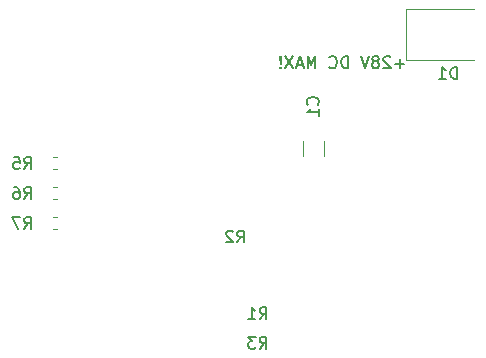
<source format=gbr>
G04 #@! TF.GenerationSoftware,KiCad,Pcbnew,5.0.2+dfsg1-1*
G04 #@! TF.CreationDate,2021-03-19T17:12:50+01:00*
G04 #@! TF.ProjectId,motor,6d6f746f-722e-46b6-9963-61645f706362,rev?*
G04 #@! TF.SameCoordinates,Original*
G04 #@! TF.FileFunction,Legend,Bot*
G04 #@! TF.FilePolarity,Positive*
%FSLAX46Y46*%
G04 Gerber Fmt 4.6, Leading zero omitted, Abs format (unit mm)*
G04 Created by KiCad (PCBNEW 5.0.2+dfsg1-1) date Fr 19 Mär 2021 17:12:50 CET*
%MOMM*%
%LPD*%
G01*
G04 APERTURE LIST*
%ADD10C,0.200000*%
%ADD11C,0.120000*%
%ADD12C,0.150000*%
G04 APERTURE END LIST*
D10*
X216238095Y-56321428D02*
X215476190Y-56321428D01*
X215857142Y-56702380D02*
X215857142Y-55940476D01*
X215047619Y-55797619D02*
X215000000Y-55750000D01*
X214904761Y-55702380D01*
X214666666Y-55702380D01*
X214571428Y-55750000D01*
X214523809Y-55797619D01*
X214476190Y-55892857D01*
X214476190Y-55988095D01*
X214523809Y-56130952D01*
X215095238Y-56702380D01*
X214476190Y-56702380D01*
X213904761Y-56130952D02*
X214000000Y-56083333D01*
X214047619Y-56035714D01*
X214095238Y-55940476D01*
X214095238Y-55892857D01*
X214047619Y-55797619D01*
X214000000Y-55750000D01*
X213904761Y-55702380D01*
X213714285Y-55702380D01*
X213619047Y-55750000D01*
X213571428Y-55797619D01*
X213523809Y-55892857D01*
X213523809Y-55940476D01*
X213571428Y-56035714D01*
X213619047Y-56083333D01*
X213714285Y-56130952D01*
X213904761Y-56130952D01*
X214000000Y-56178571D01*
X214047619Y-56226190D01*
X214095238Y-56321428D01*
X214095238Y-56511904D01*
X214047619Y-56607142D01*
X214000000Y-56654761D01*
X213904761Y-56702380D01*
X213714285Y-56702380D01*
X213619047Y-56654761D01*
X213571428Y-56607142D01*
X213523809Y-56511904D01*
X213523809Y-56321428D01*
X213571428Y-56226190D01*
X213619047Y-56178571D01*
X213714285Y-56130952D01*
X213238095Y-55702380D02*
X212904761Y-56702380D01*
X212571428Y-55702380D01*
X211476190Y-56702380D02*
X211476190Y-55702380D01*
X211238095Y-55702380D01*
X211095238Y-55750000D01*
X211000000Y-55845238D01*
X210952380Y-55940476D01*
X210904761Y-56130952D01*
X210904761Y-56273809D01*
X210952380Y-56464285D01*
X211000000Y-56559523D01*
X211095238Y-56654761D01*
X211238095Y-56702380D01*
X211476190Y-56702380D01*
X209904761Y-56607142D02*
X209952380Y-56654761D01*
X210095238Y-56702380D01*
X210190476Y-56702380D01*
X210333333Y-56654761D01*
X210428571Y-56559523D01*
X210476190Y-56464285D01*
X210523809Y-56273809D01*
X210523809Y-56130952D01*
X210476190Y-55940476D01*
X210428571Y-55845238D01*
X210333333Y-55750000D01*
X210190476Y-55702380D01*
X210095238Y-55702380D01*
X209952380Y-55750000D01*
X209904761Y-55797619D01*
X208714285Y-56702380D02*
X208714285Y-55702380D01*
X208380952Y-56416666D01*
X208047619Y-55702380D01*
X208047619Y-56702380D01*
X207619047Y-56416666D02*
X207142857Y-56416666D01*
X207714285Y-56702380D02*
X207380952Y-55702380D01*
X207047619Y-56702380D01*
X206809523Y-55702380D02*
X206142857Y-56702380D01*
X206142857Y-55702380D02*
X206809523Y-56702380D01*
X205761904Y-56607142D02*
X205714285Y-56654761D01*
X205761904Y-56702380D01*
X205809523Y-56654761D01*
X205761904Y-56607142D01*
X205761904Y-56702380D01*
X205761904Y-56321428D02*
X205809523Y-55750000D01*
X205761904Y-55702380D01*
X205714285Y-55750000D01*
X205761904Y-56321428D01*
X205761904Y-55702380D01*
D11*
G04 #@! TO.C,C1*
X207624000Y-62897936D02*
X207624000Y-64102064D01*
X209444000Y-62897936D02*
X209444000Y-64102064D01*
G04 #@! TO.C,D1*
X216414000Y-55998000D02*
X216414000Y-51698000D01*
X216414000Y-51698000D02*
X222114000Y-51698000D01*
X216414000Y-55998000D02*
X222114000Y-55998000D01*
G04 #@! TO.C,R7*
X186852779Y-69340000D02*
X186527221Y-69340000D01*
X186852779Y-70360000D02*
X186527221Y-70360000D01*
G04 #@! TO.C,R6*
X186852779Y-67820000D02*
X186527221Y-67820000D01*
X186852779Y-66800000D02*
X186527221Y-66800000D01*
G04 #@! TO.C,R5*
X186852779Y-64260000D02*
X186527221Y-64260000D01*
X186852779Y-65280000D02*
X186527221Y-65280000D01*
G04 #@! TD*
G04 #@! TO.C,C1*
D12*
X208891142Y-59777333D02*
X208938761Y-59729714D01*
X208986380Y-59586857D01*
X208986380Y-59491619D01*
X208938761Y-59348761D01*
X208843523Y-59253523D01*
X208748285Y-59205904D01*
X208557809Y-59158285D01*
X208414952Y-59158285D01*
X208224476Y-59205904D01*
X208129238Y-59253523D01*
X208034000Y-59348761D01*
X207986380Y-59491619D01*
X207986380Y-59586857D01*
X208034000Y-59729714D01*
X208081619Y-59777333D01*
X208986380Y-60729714D02*
X208986380Y-60158285D01*
X208986380Y-60444000D02*
X207986380Y-60444000D01*
X208129238Y-60348761D01*
X208224476Y-60253523D01*
X208272095Y-60158285D01*
G04 #@! TO.C,D1*
X220702095Y-57602380D02*
X220702095Y-56602380D01*
X220464000Y-56602380D01*
X220321142Y-56650000D01*
X220225904Y-56745238D01*
X220178285Y-56840476D01*
X220130666Y-57030952D01*
X220130666Y-57173809D01*
X220178285Y-57364285D01*
X220225904Y-57459523D01*
X220321142Y-57554761D01*
X220464000Y-57602380D01*
X220702095Y-57602380D01*
X219178285Y-57602380D02*
X219749714Y-57602380D01*
X219464000Y-57602380D02*
X219464000Y-56602380D01*
X219559238Y-56745238D01*
X219654476Y-56840476D01*
X219749714Y-56888095D01*
G04 #@! TO.C,R7*
X184062666Y-70302380D02*
X184396000Y-69826190D01*
X184634095Y-70302380D02*
X184634095Y-69302380D01*
X184253142Y-69302380D01*
X184157904Y-69350000D01*
X184110285Y-69397619D01*
X184062666Y-69492857D01*
X184062666Y-69635714D01*
X184110285Y-69730952D01*
X184157904Y-69778571D01*
X184253142Y-69826190D01*
X184634095Y-69826190D01*
X183729333Y-69302380D02*
X183062666Y-69302380D01*
X183491238Y-70302380D01*
G04 #@! TO.C,R6*
X184062666Y-67762380D02*
X184396000Y-67286190D01*
X184634095Y-67762380D02*
X184634095Y-66762380D01*
X184253142Y-66762380D01*
X184157904Y-66810000D01*
X184110285Y-66857619D01*
X184062666Y-66952857D01*
X184062666Y-67095714D01*
X184110285Y-67190952D01*
X184157904Y-67238571D01*
X184253142Y-67286190D01*
X184634095Y-67286190D01*
X183205523Y-66762380D02*
X183396000Y-66762380D01*
X183491238Y-66810000D01*
X183538857Y-66857619D01*
X183634095Y-67000476D01*
X183681714Y-67190952D01*
X183681714Y-67571904D01*
X183634095Y-67667142D01*
X183586476Y-67714761D01*
X183491238Y-67762380D01*
X183300761Y-67762380D01*
X183205523Y-67714761D01*
X183157904Y-67667142D01*
X183110285Y-67571904D01*
X183110285Y-67333809D01*
X183157904Y-67238571D01*
X183205523Y-67190952D01*
X183300761Y-67143333D01*
X183491238Y-67143333D01*
X183586476Y-67190952D01*
X183634095Y-67238571D01*
X183681714Y-67333809D01*
G04 #@! TO.C,R5*
X184062666Y-65222380D02*
X184396000Y-64746190D01*
X184634095Y-65222380D02*
X184634095Y-64222380D01*
X184253142Y-64222380D01*
X184157904Y-64270000D01*
X184110285Y-64317619D01*
X184062666Y-64412857D01*
X184062666Y-64555714D01*
X184110285Y-64650952D01*
X184157904Y-64698571D01*
X184253142Y-64746190D01*
X184634095Y-64746190D01*
X183157904Y-64222380D02*
X183634095Y-64222380D01*
X183681714Y-64698571D01*
X183634095Y-64650952D01*
X183538857Y-64603333D01*
X183300761Y-64603333D01*
X183205523Y-64650952D01*
X183157904Y-64698571D01*
X183110285Y-64793809D01*
X183110285Y-65031904D01*
X183157904Y-65127142D01*
X183205523Y-65174761D01*
X183300761Y-65222380D01*
X183538857Y-65222380D01*
X183634095Y-65174761D01*
X183681714Y-65127142D01*
G04 #@! TO.C,R3*
X203986666Y-80442380D02*
X204320000Y-79966190D01*
X204558095Y-80442380D02*
X204558095Y-79442380D01*
X204177142Y-79442380D01*
X204081904Y-79490000D01*
X204034285Y-79537619D01*
X203986666Y-79632857D01*
X203986666Y-79775714D01*
X204034285Y-79870952D01*
X204081904Y-79918571D01*
X204177142Y-79966190D01*
X204558095Y-79966190D01*
X203653333Y-79442380D02*
X203034285Y-79442380D01*
X203367619Y-79823333D01*
X203224761Y-79823333D01*
X203129523Y-79870952D01*
X203081904Y-79918571D01*
X203034285Y-80013809D01*
X203034285Y-80251904D01*
X203081904Y-80347142D01*
X203129523Y-80394761D01*
X203224761Y-80442380D01*
X203510476Y-80442380D01*
X203605714Y-80394761D01*
X203653333Y-80347142D01*
G04 #@! TO.C,R2*
X202096666Y-71452380D02*
X202430000Y-70976190D01*
X202668095Y-71452380D02*
X202668095Y-70452380D01*
X202287142Y-70452380D01*
X202191904Y-70500000D01*
X202144285Y-70547619D01*
X202096666Y-70642857D01*
X202096666Y-70785714D01*
X202144285Y-70880952D01*
X202191904Y-70928571D01*
X202287142Y-70976190D01*
X202668095Y-70976190D01*
X201715714Y-70547619D02*
X201668095Y-70500000D01*
X201572857Y-70452380D01*
X201334761Y-70452380D01*
X201239523Y-70500000D01*
X201191904Y-70547619D01*
X201144285Y-70642857D01*
X201144285Y-70738095D01*
X201191904Y-70880952D01*
X201763333Y-71452380D01*
X201144285Y-71452380D01*
G04 #@! TO.C,R1*
X203986666Y-77952380D02*
X204320000Y-77476190D01*
X204558095Y-77952380D02*
X204558095Y-76952380D01*
X204177142Y-76952380D01*
X204081904Y-77000000D01*
X204034285Y-77047619D01*
X203986666Y-77142857D01*
X203986666Y-77285714D01*
X204034285Y-77380952D01*
X204081904Y-77428571D01*
X204177142Y-77476190D01*
X204558095Y-77476190D01*
X203034285Y-77952380D02*
X203605714Y-77952380D01*
X203320000Y-77952380D02*
X203320000Y-76952380D01*
X203415238Y-77095238D01*
X203510476Y-77190476D01*
X203605714Y-77238095D01*
G04 #@! TD*
M02*

</source>
